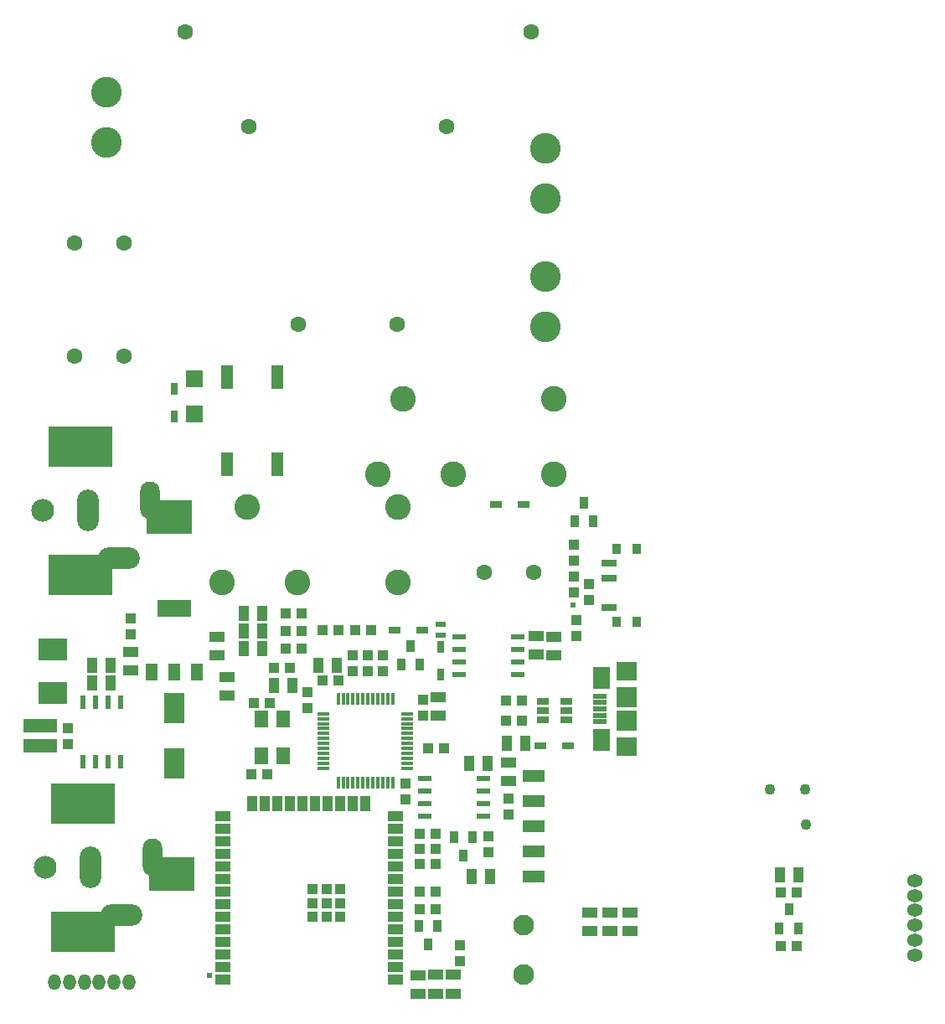
<source format=gts>
G04*
G04 #@! TF.GenerationSoftware,Altium Limited,Altium Designer,23.11.1 (41)*
G04*
G04 Layer_Color=8388736*
%FSLAX25Y25*%
%MOIN*%
G70*
G04*
G04 #@! TF.SameCoordinates,F81B5662-C64E-47A4-8FBC-E69FC3E7E543*
G04*
G04*
G04 #@! TF.FilePolarity,Negative*
G04*
G01*
G75*
%ADD40R,0.04331X0.02362*%
%ADD54R,0.13780X0.05512*%
%ADD55R,0.04331X0.06102*%
%ADD56R,0.04134X0.04331*%
%ADD57R,0.05709X0.01968*%
%ADD58R,0.06693X0.08661*%
%ADD59R,0.07874X0.07480*%
%ADD60R,0.07874X0.07874*%
%ADD61R,0.01575X0.05118*%
%ADD62R,0.05118X0.01575*%
%ADD63R,0.05512X0.02008*%
%ADD64R,0.06299X0.03937*%
%ADD65R,0.03937X0.06299*%
%ADD66R,0.03937X0.03937*%
%ADD67R,0.04331X0.04134*%
%ADD68R,0.06299X0.03150*%
%ADD69R,0.03543X0.04331*%
%ADD70R,0.02008X0.05512*%
%ADD71R,0.13386X0.06693*%
%ADD72R,0.05118X0.06693*%
%ADD73R,0.04724X0.02756*%
%ADD74R,0.05315X0.06693*%
%ADD75R,0.18123X0.13792*%
%ADD76R,0.25210X0.16154*%
%ADD77R,0.08661X0.04724*%
%ADD78R,0.03543X0.04764*%
%ADD79R,0.06102X0.04331*%
%ADD80R,0.04528X0.02559*%
%ADD81R,0.02559X0.04528*%
%ADD82R,0.11193X0.08894*%
%ADD83R,0.06693X0.06693*%
%ADD84R,0.04724X0.09449*%
%ADD85R,0.08268X0.12205*%
%ADD86C,0.06299*%
%ADD87C,0.12205*%
%ADD88C,0.10236*%
%ADD89C,0.04331*%
%ADD90C,0.00394*%
%ADD91C,0.09068*%
%ADD92O,0.08674X0.16548*%
%ADD93O,0.16548X0.08674*%
%ADD94O,0.07887X0.14973*%
%ADD95O,0.05118X0.06299*%
%ADD96O,0.06299X0.05118*%
%ADD97C,0.08268*%
%ADD98C,0.02375*%
D40*
X173417Y148417D02*
D03*
Y152748D02*
D03*
D54*
X13902Y104315D02*
D03*
Y112583D02*
D03*
D55*
X94890Y157204D02*
D03*
X102370D02*
D03*
X94890Y143204D02*
D03*
X102370D02*
D03*
X94890Y150204D02*
D03*
X102370D02*
D03*
X192157Y97417D02*
D03*
X184677D02*
D03*
X308260Y53000D02*
D03*
X315740D02*
D03*
X34661Y136449D02*
D03*
X42142D02*
D03*
X34661Y129449D02*
D03*
X42142D02*
D03*
X199677Y105417D02*
D03*
X207157D02*
D03*
X124677Y136417D02*
D03*
X132158D02*
D03*
X114417Y128417D02*
D03*
X106937D02*
D03*
X185677Y52417D02*
D03*
X193157D02*
D03*
D56*
X111661Y143204D02*
D03*
X117961D02*
D03*
X111661Y150204D02*
D03*
X117961D02*
D03*
X111661Y157204D02*
D03*
X117961D02*
D03*
X308850Y46000D02*
D03*
X315150D02*
D03*
X315099Y24669D02*
D03*
X308800D02*
D03*
X132567Y150417D02*
D03*
X126268D02*
D03*
X139268D02*
D03*
X145567D02*
D03*
X171417Y46417D02*
D03*
X165118D02*
D03*
X205567Y114417D02*
D03*
X199268D02*
D03*
X205567Y122417D02*
D03*
X199268D02*
D03*
X174567Y103417D02*
D03*
X168268D02*
D03*
X113433Y135489D02*
D03*
X107134D02*
D03*
X171417Y39417D02*
D03*
X165118D02*
D03*
Y57417D02*
D03*
X171417D02*
D03*
X165118Y69417D02*
D03*
X171417D02*
D03*
X165118Y63417D02*
D03*
X171417D02*
D03*
X126268Y130417D02*
D03*
X132567D02*
D03*
X105417Y121417D02*
D03*
X99118D02*
D03*
X104417Y93031D02*
D03*
X98118D02*
D03*
D57*
X236886Y119142D02*
D03*
Y116583D02*
D03*
Y121701D02*
D03*
Y114024D02*
D03*
Y124260D02*
D03*
D58*
X237378Y106937D02*
D03*
Y131346D02*
D03*
D59*
X247417Y104181D02*
D03*
Y134102D02*
D03*
D60*
Y114417D02*
D03*
Y123866D02*
D03*
D61*
X132591Y123147D02*
D03*
X134559D02*
D03*
X136528D02*
D03*
X138496D02*
D03*
X140465D02*
D03*
X142433D02*
D03*
X144402D02*
D03*
X146370D02*
D03*
X148339D02*
D03*
X150307D02*
D03*
X152276D02*
D03*
X154244D02*
D03*
Y89683D02*
D03*
X152276D02*
D03*
X150307D02*
D03*
X148339D02*
D03*
X146370D02*
D03*
X144402D02*
D03*
X142433D02*
D03*
X140465D02*
D03*
X138496D02*
D03*
X136528D02*
D03*
X134559D02*
D03*
X132591D02*
D03*
D62*
X160150Y117242D02*
D03*
Y115273D02*
D03*
Y113305D02*
D03*
Y111336D02*
D03*
Y109368D02*
D03*
Y107399D02*
D03*
Y105430D02*
D03*
Y103462D02*
D03*
Y101494D02*
D03*
Y99525D02*
D03*
Y97557D02*
D03*
Y95588D02*
D03*
X126685D02*
D03*
Y97557D02*
D03*
Y99525D02*
D03*
Y101494D02*
D03*
Y103462D02*
D03*
Y105430D02*
D03*
Y107399D02*
D03*
Y109368D02*
D03*
Y111336D02*
D03*
Y113304D02*
D03*
Y115273D02*
D03*
Y117242D02*
D03*
D03*
D63*
X166992Y76417D02*
D03*
Y91417D02*
D03*
Y86417D02*
D03*
Y81417D02*
D03*
X190417Y76417D02*
D03*
Y81417D02*
D03*
Y86417D02*
D03*
Y91417D02*
D03*
X204130Y147917D02*
D03*
Y142917D02*
D03*
Y137917D02*
D03*
Y132917D02*
D03*
X180705Y137917D02*
D03*
Y142917D02*
D03*
Y147917D02*
D03*
Y132917D02*
D03*
D64*
X155465Y16512D02*
D03*
Y21512D02*
D03*
Y26512D02*
D03*
Y31512D02*
D03*
Y36512D02*
D03*
Y41512D02*
D03*
Y46512D02*
D03*
Y51512D02*
D03*
Y56512D02*
D03*
Y61512D02*
D03*
Y66512D02*
D03*
Y71512D02*
D03*
Y76512D02*
D03*
X86567Y11512D02*
D03*
Y16512D02*
D03*
Y21512D02*
D03*
Y26512D02*
D03*
Y31512D02*
D03*
Y36512D02*
D03*
Y41512D02*
D03*
Y46512D02*
D03*
Y51512D02*
D03*
Y56512D02*
D03*
Y61512D02*
D03*
Y66512D02*
D03*
Y71512D02*
D03*
Y76512D02*
D03*
X155465Y11512D02*
D03*
D65*
X143516Y81433D02*
D03*
X138516D02*
D03*
X133516D02*
D03*
X128516D02*
D03*
X123516D02*
D03*
X118516D02*
D03*
X113516D02*
D03*
X108516D02*
D03*
X103516D02*
D03*
X98516D02*
D03*
D66*
X127905Y41906D02*
D03*
Y36394D02*
D03*
X122394Y41906D02*
D03*
X127905Y47417D02*
D03*
X133417Y41906D02*
D03*
Y47417D02*
D03*
X122394D02*
D03*
Y36394D02*
D03*
X133417D02*
D03*
D67*
X200417Y77118D02*
D03*
Y83417D02*
D03*
X226417Y165417D02*
D03*
Y171716D02*
D03*
Y184417D02*
D03*
Y178118D02*
D03*
X138417Y134268D02*
D03*
Y140567D02*
D03*
X150417Y134268D02*
D03*
Y140567D02*
D03*
X144417Y134268D02*
D03*
Y140567D02*
D03*
X227417Y154417D02*
D03*
Y148118D02*
D03*
X181000Y18850D02*
D03*
Y25150D02*
D03*
X232417Y162417D02*
D03*
Y168717D02*
D03*
X192417Y68567D02*
D03*
Y62268D02*
D03*
X24902Y111598D02*
D03*
Y105299D02*
D03*
X49949Y148768D02*
D03*
Y155067D02*
D03*
X159417Y89567D02*
D03*
Y83268D02*
D03*
X120417Y119417D02*
D03*
Y125716D02*
D03*
X166417Y122716D02*
D03*
Y116417D02*
D03*
D68*
X240528Y159465D02*
D03*
Y171276D02*
D03*
Y177181D02*
D03*
D69*
X251551Y153953D02*
D03*
X243284D02*
D03*
X251551Y182693D02*
D03*
X243284D02*
D03*
D70*
X30902Y121661D02*
D03*
X35902D02*
D03*
X40902D02*
D03*
X45902D02*
D03*
X40902Y98236D02*
D03*
X35902D02*
D03*
X30902D02*
D03*
X45902D02*
D03*
D71*
X67449Y159016D02*
D03*
D72*
X76504Y133819D02*
D03*
X67449D02*
D03*
X58394D02*
D03*
D73*
X213968Y122158D02*
D03*
Y118417D02*
D03*
Y114677D02*
D03*
X223417Y122158D02*
D03*
Y118417D02*
D03*
Y114677D02*
D03*
D74*
X110748Y115201D02*
D03*
Y100634D02*
D03*
X102087Y115201D02*
D03*
Y100634D02*
D03*
D75*
X65417Y195417D02*
D03*
X66417Y53417D02*
D03*
D76*
X30181Y172583D02*
D03*
Y223370D02*
D03*
X31181Y30583D02*
D03*
Y81370D02*
D03*
D77*
X210417Y92417D02*
D03*
Y82417D02*
D03*
Y72417D02*
D03*
Y62417D02*
D03*
Y52417D02*
D03*
D78*
X161417Y144138D02*
D03*
X165157Y136697D02*
D03*
X157677D02*
D03*
X230417Y201138D02*
D03*
X234157Y193697D02*
D03*
X226677D02*
D03*
X186158Y68138D02*
D03*
X178677D02*
D03*
X182417Y60697D02*
D03*
X172158Y32858D02*
D03*
X164677D02*
D03*
X168417Y25417D02*
D03*
X311949Y39350D02*
D03*
X315689Y31909D02*
D03*
X308209D02*
D03*
D79*
X218417Y147898D02*
D03*
Y140417D02*
D03*
X211417Y148158D02*
D03*
Y140677D02*
D03*
X200417Y90417D02*
D03*
Y97898D02*
D03*
X232575Y30779D02*
D03*
Y38260D02*
D03*
X240575Y30779D02*
D03*
Y38260D02*
D03*
X248575Y30779D02*
D03*
Y38260D02*
D03*
X49949Y141917D02*
D03*
Y134437D02*
D03*
X88417Y131898D02*
D03*
Y124417D02*
D03*
X84417Y140417D02*
D03*
Y147898D02*
D03*
X172417Y123898D02*
D03*
Y116417D02*
D03*
X171417Y5937D02*
D03*
Y13417D02*
D03*
X178417Y5937D02*
D03*
Y13417D02*
D03*
X164417Y5677D02*
D03*
Y13158D02*
D03*
D80*
X154905Y150417D02*
D03*
X165929D02*
D03*
X195394Y200417D02*
D03*
X206417D02*
D03*
X223929Y104417D02*
D03*
X212906D02*
D03*
D81*
X67417Y235394D02*
D03*
Y246417D02*
D03*
X173417Y143929D02*
D03*
Y132905D02*
D03*
D82*
X19139Y142964D02*
D03*
Y125563D02*
D03*
D83*
X75417Y250504D02*
D03*
Y236331D02*
D03*
D84*
X88378Y251134D02*
D03*
X108457Y251134D02*
D03*
X88378Y216587D02*
D03*
X108457Y216587D02*
D03*
D85*
X67417Y97394D02*
D03*
Y119441D02*
D03*
D86*
X47417Y304417D02*
D03*
X27732D02*
D03*
X116732Y272047D02*
D03*
X156102D02*
D03*
X97047Y350787D02*
D03*
X175787D02*
D03*
X71569Y388417D02*
D03*
X209266D02*
D03*
X190732Y173417D02*
D03*
X210417D02*
D03*
X47260Y259417D02*
D03*
X27575D02*
D03*
D87*
X40417Y364417D02*
D03*
Y344417D02*
D03*
X215000Y271000D02*
D03*
Y291000D02*
D03*
Y322000D02*
D03*
Y342000D02*
D03*
D88*
X96417Y199417D02*
D03*
X156417D02*
D03*
X86417Y169417D02*
D03*
X116417D02*
D03*
X156417D02*
D03*
X158417Y242417D02*
D03*
X218417D02*
D03*
X148417Y212417D02*
D03*
X178417D02*
D03*
X218417D02*
D03*
D89*
X318681Y72976D02*
D03*
X304469Y86992D02*
D03*
X318524Y87169D02*
D03*
D90*
X247417Y162417D02*
D03*
Y174228D02*
D03*
D91*
X15221Y197976D02*
D03*
X16220Y55976D02*
D03*
D92*
X32937Y197976D02*
D03*
X33937Y55976D02*
D03*
D93*
X45535Y179079D02*
D03*
X46535Y37079D02*
D03*
D94*
X57740Y202307D02*
D03*
X58740Y60307D02*
D03*
D95*
X49323Y10417D02*
D03*
X43417D02*
D03*
X37512D02*
D03*
X31606D02*
D03*
X25701D02*
D03*
X19795D02*
D03*
D96*
X362000Y50811D02*
D03*
Y44905D02*
D03*
Y39000D02*
D03*
Y33094D02*
D03*
Y27189D02*
D03*
Y21283D02*
D03*
D97*
X206417Y13417D02*
D03*
Y33102D02*
D03*
D98*
X81500Y13000D02*
D03*
X225937Y160500D02*
D03*
M02*

</source>
